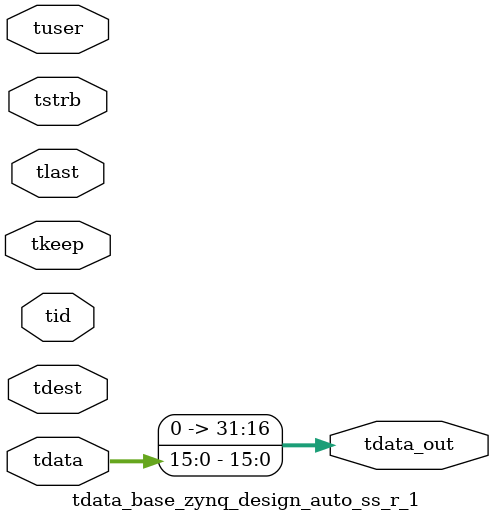
<source format=v>


`timescale 1ps/1ps

module tdata_base_zynq_design_auto_ss_r_1 #
(
parameter C_S_AXIS_TDATA_WIDTH = 32,
parameter C_S_AXIS_TUSER_WIDTH = 0,
parameter C_S_AXIS_TID_WIDTH   = 0,
parameter C_S_AXIS_TDEST_WIDTH = 0,
parameter C_M_AXIS_TDATA_WIDTH = 32
)
(
input  [(C_S_AXIS_TDATA_WIDTH == 0 ? 1 : C_S_AXIS_TDATA_WIDTH)-1:0     ] tdata,
input  [(C_S_AXIS_TUSER_WIDTH == 0 ? 1 : C_S_AXIS_TUSER_WIDTH)-1:0     ] tuser,
input  [(C_S_AXIS_TID_WIDTH   == 0 ? 1 : C_S_AXIS_TID_WIDTH)-1:0       ] tid,
input  [(C_S_AXIS_TDEST_WIDTH == 0 ? 1 : C_S_AXIS_TDEST_WIDTH)-1:0     ] tdest,
input  [(C_S_AXIS_TDATA_WIDTH/8)-1:0 ] tkeep,
input  [(C_S_AXIS_TDATA_WIDTH/8)-1:0 ] tstrb,
input                                                                    tlast,
output [C_M_AXIS_TDATA_WIDTH-1:0] tdata_out
);

assign tdata_out = {tdata[15:0]};

endmodule


</source>
